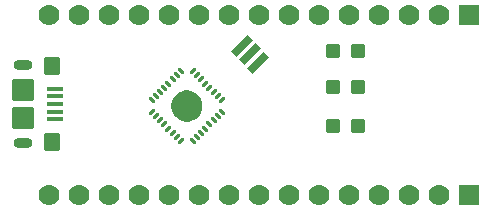
<source format=gbr>
%TF.GenerationSoftware,KiCad,Pcbnew,9.0.1*%
%TF.CreationDate,2025-04-20T22:50:28-04:00*%
%TF.ProjectId,NanoV3.3_Min,4e616e6f-5633-42e3-935f-4d696e2e6b69,rev?*%
%TF.SameCoordinates,Original*%
%TF.FileFunction,Soldermask,Top*%
%TF.FilePolarity,Negative*%
%FSLAX46Y46*%
G04 Gerber Fmt 4.6, Leading zero omitted, Abs format (unit mm)*
G04 Created by KiCad (PCBNEW 9.0.1) date 2025-04-20 22:50:28*
%MOMM*%
%LPD*%
G01*
G04 APERTURE LIST*
G04 Aperture macros list*
%AMRoundRect*
0 Rectangle with rounded corners*
0 $1 Rounding radius*
0 $2 $3 $4 $5 $6 $7 $8 $9 X,Y pos of 4 corners*
0 Add a 4 corners polygon primitive as box body*
4,1,4,$2,$3,$4,$5,$6,$7,$8,$9,$2,$3,0*
0 Add four circle primitives for the rounded corners*
1,1,$1+$1,$2,$3*
1,1,$1+$1,$4,$5*
1,1,$1+$1,$6,$7*
1,1,$1+$1,$8,$9*
0 Add four rect primitives between the rounded corners*
20,1,$1+$1,$2,$3,$4,$5,0*
20,1,$1+$1,$4,$5,$6,$7,0*
20,1,$1+$1,$6,$7,$8,$9,0*
20,1,$1+$1,$8,$9,$2,$3,0*%
G04 Aperture macros list end*
%ADD10C,0.000000*%
%ADD11RoundRect,0.180000X0.420000X0.420000X-0.420000X0.420000X-0.420000X-0.420000X0.420000X-0.420000X0*%
%ADD12RoundRect,0.105000X-0.459619X-0.806102X0.806102X0.459619X0.459619X0.806102X-0.806102X-0.459619X0*%
%ADD13RoundRect,0.180000X-0.420000X-0.420000X0.420000X-0.420000X0.420000X0.420000X-0.420000X0.420000X0*%
%ADD14RoundRect,0.100000X-0.575000X0.100000X-0.575000X-0.100000X0.575000X-0.100000X0.575000X0.100000X0*%
%ADD15O,1.600000X0.900000*%
%ADD16RoundRect,0.250000X-0.450000X0.550000X-0.450000X-0.550000X0.450000X-0.550000X0.450000X0.550000X0*%
%ADD17RoundRect,0.250000X-0.700000X0.700000X-0.700000X-0.700000X0.700000X-0.700000X0.700000X0.700000X0*%
%ADD18RoundRect,0.112000X-0.188090X-0.148492X-0.148492X-0.188090X0.188090X0.148492X0.148492X0.188090X0*%
%ADD19RoundRect,0.112000X0.148492X-0.188090X0.188090X-0.148492X-0.148492X0.188090X-0.188090X0.148492X0*%
%ADD20R,1.778000X1.778000*%
%ADD21C,1.778000*%
G04 APERTURE END LIST*
D10*
%TO.C,IC1*%
G36*
X141569198Y-100362504D02*
G01*
X141787664Y-100442019D01*
X141989003Y-100558262D01*
X142167099Y-100707701D01*
X142316538Y-100885797D01*
X142432781Y-101087136D01*
X142512296Y-101305602D01*
X142552667Y-101534557D01*
X142552667Y-101767043D01*
X142512296Y-101995998D01*
X142432781Y-102214464D01*
X142316538Y-102415803D01*
X142167099Y-102593899D01*
X141989003Y-102743338D01*
X141787664Y-102859581D01*
X141569198Y-102939096D01*
X141340243Y-102979467D01*
X141107757Y-102979467D01*
X140878802Y-102939096D01*
X140657701Y-102858623D01*
X140282704Y-102596047D01*
X140131462Y-102415803D01*
X140015219Y-102214464D01*
X139935704Y-101995998D01*
X139895333Y-101767043D01*
X139895333Y-101534557D01*
X139935704Y-101305602D01*
X140015219Y-101087136D01*
X140131462Y-100885797D01*
X140280901Y-100707701D01*
X140458997Y-100558262D01*
X140660336Y-100442019D01*
X140878802Y-100362504D01*
X141107757Y-100322133D01*
X141340243Y-100322133D01*
X141569198Y-100362504D01*
G37*
%TD*%
D11*
%TO.C,TX1*%
X155736000Y-97028000D03*
X153636000Y-97028000D03*
%TD*%
%TO.C,RX1*%
X155736000Y-100076000D03*
X153636000Y-100076000D03*
%TD*%
D12*
%TO.C,Y1*%
X145876293Y-96576493D03*
X146583400Y-97283600D03*
X147290507Y-97990707D03*
%TD*%
D13*
%TO.C,PWR1*%
X153600000Y-103375000D03*
X155700000Y-103375000D03*
%TD*%
D14*
%TO.C,J3*%
X130025000Y-100175000D03*
X130025000Y-100825000D03*
X130025000Y-101475000D03*
X130025000Y-102125000D03*
X130025000Y-102775000D03*
D15*
X127350000Y-98175000D03*
D16*
X129800000Y-98275000D03*
D17*
X127350000Y-100275000D03*
X127350000Y-102675000D03*
D16*
X129800000Y-104675000D03*
D15*
X127350000Y-104775000D03*
%TD*%
D18*
%TO.C,IC1*%
X144193848Y-101155825D03*
X143840295Y-100802272D03*
X143486742Y-100448718D03*
X143133188Y-100095165D03*
X142779635Y-99741612D03*
X142426082Y-99388058D03*
X142072528Y-99034505D03*
X141718975Y-98680952D03*
D19*
X140729025Y-98680952D03*
X140375472Y-99034505D03*
X140021918Y-99388058D03*
X139668365Y-99741612D03*
X139314812Y-100095165D03*
X138961258Y-100448718D03*
X138607705Y-100802272D03*
X138254152Y-101155825D03*
D18*
X138254152Y-102145775D03*
X138607705Y-102499328D03*
X138961258Y-102852882D03*
X139314812Y-103206435D03*
X139668365Y-103559988D03*
X140021918Y-103913542D03*
X140375472Y-104267095D03*
X140729025Y-104620648D03*
D19*
X141718975Y-104620648D03*
X142072528Y-104267095D03*
X142426082Y-103913542D03*
X142779635Y-103559988D03*
X143133188Y-103206435D03*
X143486742Y-102852882D03*
X143840295Y-102499328D03*
X144193848Y-102145775D03*
%TD*%
D20*
%TO.C,J1*%
X165100000Y-93980000D03*
D21*
X162560000Y-93980000D03*
X160020000Y-93980000D03*
X157480000Y-93980000D03*
X154940000Y-93980000D03*
X152400000Y-93980000D03*
X149860000Y-93980000D03*
X147320000Y-93980000D03*
X144780000Y-93980000D03*
X142240000Y-93980000D03*
X139700000Y-93980000D03*
X137160000Y-93980000D03*
X134620000Y-93980000D03*
X132080000Y-93980000D03*
X129540000Y-93980000D03*
%TD*%
D20*
%TO.C,J2*%
X165100000Y-109220000D03*
D21*
X162560000Y-109220000D03*
X160020000Y-109220000D03*
X157480000Y-109220000D03*
X154940000Y-109220000D03*
X152400000Y-109220000D03*
X149860000Y-109220000D03*
X147320000Y-109220000D03*
X144780000Y-109220000D03*
X142240000Y-109220000D03*
X139700000Y-109220000D03*
X137160000Y-109220000D03*
X134620000Y-109220000D03*
X132080000Y-109220000D03*
X129540000Y-109220000D03*
%TD*%
M02*

</source>
